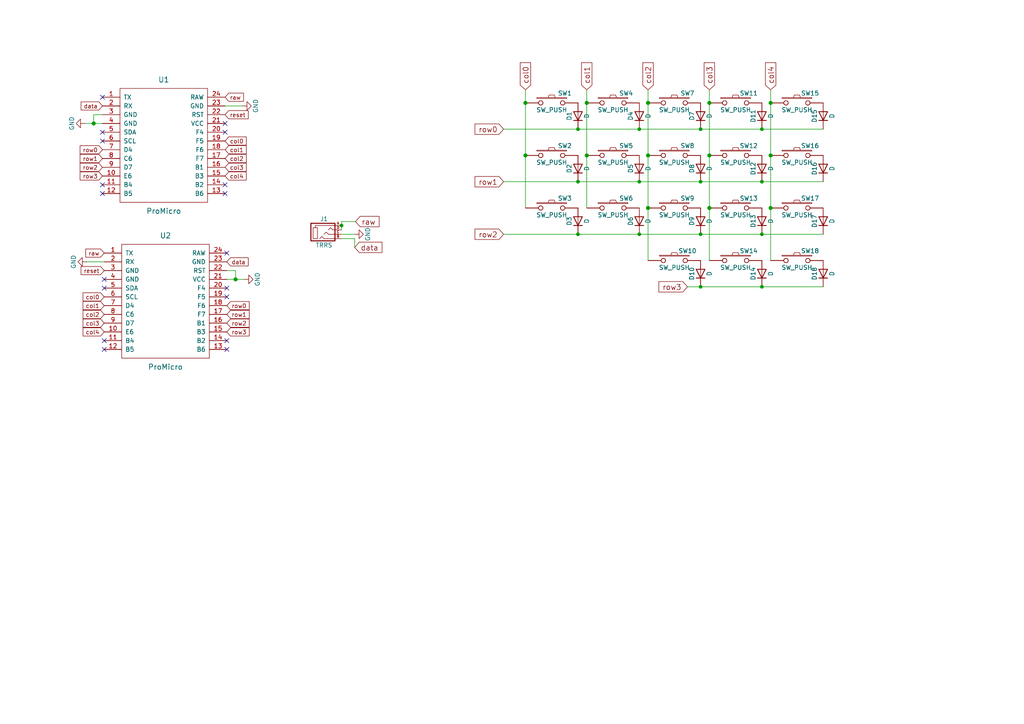
<source format=kicad_sch>
(kicad_sch (version 20211123) (generator eeschema)
  (paper "A4")
  (lib_symbols
    (symbol "Device:D" (pin_numbers hide) (pin_names (offset 1.016) hide)
      (property "Reference" "D" (at 0 2.54 0))
      (property "Value" "D" (at 0 -2.54 0))
      (symbol "D_0_1"
        (polyline (pts (xy -1.27 1.27) (xy -1.27 -1.27)) (stroke (width 0.254)))
        (polyline (pts (xy 1.27 0) (xy -1.27 0)))
        (polyline (pts (xy 1.27 1.27) (xy 1.27 -1.27) (xy -1.27 0) (xy 1.27 1.27)) (stroke (width 0.254)))
      )
      (symbol "D_1_1"
        (pin passive line (at -3.81 0 0) (length 2.54) (name "K") (number "1"))
        (pin passive line (at 3.81 0 180) (length 2.54) (name "A") (number "2"))
      )
    )
    (symbol "chocolad:MJ-4PP-9-kbd" (pin_names (offset 1.016))
      (property "Reference" "J" (at 0 3.81 0))
      (property "Value" "MJ-4PP-9-kbd" (at 0 -3.81 0))
      (symbol "MJ-4PP-9-kbd_0_1"
        (rectangle (start -1.905 -1.905) (end -3.175 1.27))
        (polyline (pts (xy -2.54 1.27) (xy -2.54 1.905) (xy 3.175 1.905)))
        (polyline (pts (xy -1.27 -1.905) (xy -0.635 -1.27) (xy 0 -1.905) (xy 3.175 -1.905)))
        (polyline (pts (xy 0 -0.635) (xy 0.635 0) (xy 1.27 -0.635) (xy 3.175 -0.635)))
        (polyline (pts (xy 1.27 0.635) (xy 1.905 1.27) (xy 2.54 0.635) (xy 3.175 0.635)))
        (rectangle (start 3.175 2.54) (end -3.81 -2.54) (stroke (width 0.3048)))
      )
      (symbol "MJ-4PP-9-kbd_1_1"
        (pin input line (at 5.08 1.905 180) (length 2.0066) (name "~") (number "A"))
        (pin input line (at 5.08 -1.905 180) (length 2.0066) (name "~") (number "B"))
        (pin input line (at 5.08 -0.635 180) (length 2.0066) (name "~") (number "C"))
        (pin input line (at 5.08 0.635 180) (length 2.0066) (name "~") (number "D"))
      )
    )
    (symbol "chocolad:ProMicro-kbd" (pin_names (offset 1.016))
      (property "Reference" "U" (at 0 24.13 0))
      (property "Value" "ProMicro-kbd" (at 0 -13.97 0))
      (symbol "ProMicro-kbd_0_1"
        (rectangle (start -12.7 21.59) (end 12.7 -11.43))
      )
      (symbol "ProMicro-kbd_1_1"
        (pin bidirectional line (at -17.78 19.05 0) (length 5.08) (name "TX") (number "1"))
        (pin bidirectional line (at -17.78 -3.81 0) (length 5.08) (name "E6") (number "10"))
        (pin bidirectional line (at -17.78 -6.35 0) (length 5.08) (name "B4") (number "11"))
        (pin bidirectional line (at -17.78 -8.89 0) (length 5.08) (name "B5") (number "12"))
        (pin bidirectional line (at 17.78 -8.89 180) (length 5.08) (name "B6") (number "13"))
        (pin bidirectional line (at 17.78 -6.35 180) (length 5.08) (name "B2") (number "14"))
        (pin bidirectional line (at 17.78 -3.81 180) (length 5.08) (name "B3") (number "15"))
        (pin bidirectional line (at 17.78 -1.27 180) (length 5.08) (name "B1") (number "16"))
        (pin bidirectional line (at 17.78 1.27 180) (length 5.08) (name "F7") (number "17"))
        (pin bidirectional line (at 17.78 3.81 180) (length 5.08) (name "F6") (number "18"))
        (pin bidirectional line (at 17.78 6.35 180) (length 5.08) (name "F5") (number "19"))
        (pin bidirectional line (at -17.78 16.51 0) (length 5.08) (name "RX") (number "2"))
        (pin bidirectional line (at 17.78 8.89 180) (length 5.08) (name "F4") (number "20"))
        (pin power_in line (at 17.78 11.43 180) (length 5.08) (name "VCC") (number "21"))
        (pin input line (at 17.78 13.97 180) (length 5.08) (name "RST") (number "22"))
        (pin power_in line (at 17.78 16.51 180) (length 5.08) (name "GND") (number "23"))
        (pin power_out line (at 17.78 19.05 180) (length 5.08) (name "RAW") (number "24"))
        (pin power_in line (at -17.78 13.97 0) (length 5.08) (name "GND") (number "3"))
        (pin power_in line (at -17.78 11.43 0) (length 5.08) (name "GND") (number "4"))
        (pin bidirectional line (at -17.78 8.89 0) (length 5.08) (name "SDA") (number "5"))
        (pin bidirectional line (at -17.78 6.35 0) (length 5.08) (name "SCL") (number "6"))
        (pin bidirectional line (at -17.78 3.81 0) (length 5.08) (name "D4") (number "7"))
        (pin bidirectional line (at -17.78 1.27 0) (length 5.08) (name "C6") (number "8"))
        (pin bidirectional line (at -17.78 -1.27 0) (length 5.08) (name "D7") (number "9"))
      )
    )
    (symbol "chocolad:SW_PUSH-kbd" (pin_numbers hide) (pin_names (offset 1.016) hide)
      (property "Reference" "SW" (at 3.81 2.794 0))
      (property "Value" "SW_PUSH-kbd" (at 0 -2.032 0))
      (symbol "SW_PUSH-kbd_0_1"
        (rectangle (start -4.318 1.27) (end 4.318 1.524))
        (polyline (pts (xy -1.016 1.524) (xy -0.762 2.286) (xy 0.762 2.286) (xy 1.016 1.524)))
        (pin passive inverted (at -7.62 0 0) (length 5.08) (name "1") (number "1"))
        (pin passive inverted (at 7.62 0 180) (length 5.08) (name "2") (number "2"))
      )
    )
    (symbol "power:GND" (power) (pin_names (offset 0))
      (property "Value" "GND" (at 0 -3.81 0))
      (symbol "GND_0_1"
        (polyline (pts (xy 0 0) (xy 0 -1.27) (xy 1.27 -1.27) (xy 0 -2.54) (xy -1.27 -1.27) (xy 0 -1.27)))
      )
      (symbol "GND_1_1"
        (pin power_in line (at 0 0 270) (length 0) hide (name "GND") (number "1"))
      )
    )
  )
  (junction (at 170.18 29.845) (diameter 1.016))
  (junction (at 187.96 29.845) (diameter 1.016))
  (junction (at 205.74 60.325) (diameter 1.016))
  (junction (at 68.326 81.026) (diameter 1.016))
  (junction (at 223.52 60.325) (diameter 1.016))
  (junction (at 99.06 65.405))
  (junction (at 220.98 83.185))
  (junction (at 205.74 29.845) (diameter 1.016))
  (junction (at 185.42 37.465))
  (junction (at 223.52 45.085) (diameter 1.016))
  (junction (at 203.2 37.465))
  (junction (at 203.2 52.705))
  (junction (at 203.2 83.185))
  (junction (at 167.64 67.945))
  (junction (at 167.64 37.465))
  (junction (at 223.52 29.845) (diameter 1.016))
  (junction (at 185.42 52.705))
  (junction (at 170.18 45.085) (diameter 1.016))
  (junction (at 187.96 45.085) (diameter 1.016))
  (junction (at 152.4 45.085) (diameter 1.016))
  (junction (at 185.42 67.945))
  (junction (at 203.2 67.945))
  (junction (at 220.98 52.705))
  (junction (at 220.98 37.465))
  (junction (at 167.64 52.705))
  (junction (at 187.96 60.325) (diameter 1.016))
  (junction (at 152.4 29.845) (diameter 1.016))
  (junction (at 220.98 67.945))
  (junction (at 205.74 45.085) (diameter 1.016))
  (junction (at 27.178 35.814) (diameter 1.016))
  (no_connect (at 65.278 56.134))
  (no_connect (at 65.278 38.354))
  (no_connect (at 65.786 86.106))
  (no_connect (at 65.786 98.806))
  (no_connect (at 65.786 83.566))
  (no_connect (at 29.718 38.354))
  (no_connect (at 30.226 83.566))
  (no_connect (at 29.718 53.594))
  (no_connect (at 65.278 53.594))
  (no_connect (at 30.226 101.346))
  (no_connect (at 30.226 81.026))
  (no_connect (at 65.278 35.814))
  (no_connect (at 29.718 28.194))
  (no_connect (at 65.786 101.346))
  (no_connect (at 65.786 73.406))
  (no_connect (at 29.718 56.134))
  (no_connect (at 29.718 40.894))
  (no_connect (at 30.226 98.806))
  (wire (pts (xy 223.52 29.845) (xy 223.52 45.085)))
  (wire (pts (xy 27.178 33.274) (xy 27.178 35.814)))
  (wire (pts (xy 29.718 33.274) (xy 27.178 33.274)))
  (wire (pts (xy 70.866 81.026) (xy 68.326 81.026)))
  (wire (pts (xy 68.326 81.026) (xy 65.786 81.026)))
  (wire (pts (xy 99.06 64.262) (xy 99.06 65.405)))
  (wire (pts (xy 203.2 37.465) (xy 220.98 37.465)))
  (wire (pts (xy 185.42 37.465) (xy 203.2 37.465)))
  (wire (pts (xy 167.64 52.705) (xy 185.42 52.705)))
  (wire (pts (xy 146.05 67.945) (xy 167.64 67.945)))
  (wire (pts (xy 187.96 45.085) (xy 187.96 60.325)))
  (wire (pts (xy 199.39 83.185) (xy 203.2 83.185)))
  (wire (pts (xy 187.96 26.035) (xy 187.96 29.845)))
  (wire (pts (xy 185.42 52.705) (xy 203.2 52.705)))
  (wire (pts (xy 146.05 37.465) (xy 167.64 37.465)))
  (wire (pts (xy 68.326 78.486) (xy 68.326 81.026)))
  (wire (pts (xy 170.18 26.035) (xy 170.18 29.845)))
  (wire (pts (xy 203.2 83.185) (xy 220.98 83.185)))
  (wire (pts (xy 220.98 52.705) (xy 238.76 52.705)))
  (wire (pts (xy 205.74 45.085) (xy 205.74 60.325)))
  (wire (pts (xy 167.64 67.945) (xy 185.42 67.945)))
  (wire (pts (xy 65.786 78.486) (xy 68.326 78.486)))
  (wire (pts (xy 146.05 52.705) (xy 167.64 52.705)))
  (wire (pts (xy 170.18 29.845) (xy 170.18 45.085)))
  (wire (pts (xy 187.96 60.325) (xy 187.96 75.565)))
  (wire (pts (xy 223.52 26.035) (xy 223.52 29.845)))
  (wire (pts (xy 203.2 52.705) (xy 220.98 52.705)))
  (wire (pts (xy 205.74 29.845) (xy 205.74 45.085)))
  (wire (pts (xy 220.98 83.185) (xy 238.76 83.185)))
  (wire (pts (xy 27.178 35.814) (xy 29.718 35.814)))
  (wire (pts (xy 152.4 26.035) (xy 152.4 29.845)))
  (wire (pts (xy 203.2 67.945) (xy 220.98 67.945)))
  (wire (pts (xy 220.98 67.945) (xy 238.76 67.945)))
  (wire (pts (xy 65.278 30.734) (xy 70.358 30.734)))
  (wire (pts (xy 170.18 45.085) (xy 170.18 60.325)))
  (wire (pts (xy 103.124 64.262) (xy 99.06 64.262)))
  (wire (pts (xy 24.638 35.814) (xy 27.178 35.814)))
  (wire (pts (xy 99.06 67.945) (xy 102.87 67.945)))
  (wire (pts (xy 30.226 75.946) (xy 25.146 75.946)))
  (wire (pts (xy 185.42 67.945) (xy 203.2 67.945)))
  (wire (pts (xy 205.74 60.325) (xy 205.74 75.565)))
  (wire (pts (xy 102.87 69.215) (xy 102.87 71.755)))
  (wire (pts (xy 99.06 65.405) (xy 99.06 66.675)))
  (wire (pts (xy 99.06 69.215) (xy 102.87 69.215)))
  (wire (pts (xy 167.64 37.465) (xy 185.42 37.465)))
  (wire (pts (xy 223.52 45.085) (xy 223.52 60.325)))
  (wire (pts (xy 187.96 29.845) (xy 187.96 45.085)))
  (wire (pts (xy 220.98 37.465) (xy 238.76 37.465)))
  (wire (pts (xy 152.4 45.085) (xy 152.4 60.325)))
  (wire (pts (xy 223.52 60.325) (xy 223.52 75.565)))
  (wire (pts (xy 152.4 29.845) (xy 152.4 45.085)))
  (wire (pts (xy 205.74 26.035) (xy 205.74 29.845)))
  (global_label "col3" (shape input) (at 65.278 48.514 0) (effects (font (size 1.1938 1.1938))) (property "Intersheet References" "${INTERSHEET_REFS}" (effects hide)))
  (global_label "row2" (shape input) (at 65.786 93.726 0) (effects (font (size 1.1938 1.1938))) (property "Intersheet References" "${INTERSHEET_REFS}" (effects hide)))
  (global_label "row1" (shape input) (at 146.05 52.705 180) (effects (font (size 1.524 1.524))) (property "Intersheet References" "${INTERSHEET_REFS}" (effects hide)))
  (global_label "row1" (shape input) (at 65.786 91.186 0) (effects (font (size 1.1938 1.1938))) (property "Intersheet References" "${INTERSHEET_REFS}" (effects hide)))
  (global_label "col4" (shape input) (at 223.52 26.035 90) (effects (font (size 1.524 1.524))) (property "Intersheet References" "${INTERSHEET_REFS}" (effects hide)))
  (global_label "col4" (shape input) (at 65.278 51.054 0) (effects (font (size 1.1938 1.1938))) (property "Intersheet References" "${INTERSHEET_REFS}" (effects hide)))
  (global_label "raw" (shape input) (at 103.124 64.262 0) (effects (font (size 1.524 1.524))) (property "Intersheet References" "${INTERSHEET_REFS}" (effects hide)))
  (global_label "col2" (shape input) (at 65.278 45.974 0) (effects (font (size 1.1938 1.1938))) (property "Intersheet References" "${INTERSHEET_REFS}" (effects hide)))
  (global_label "raw" (shape input) (at 65.278 28.194 0) (effects (font (size 1.1938 1.1938))) (property "Intersheet References" "${INTERSHEET_REFS}" (effects hide)))
  (global_label "row2" (shape input) (at 29.718 48.514 180) (effects (font (size 1.1938 1.1938))) (property "Intersheet References" "${INTERSHEET_REFS}" (effects hide)))
  (global_label "col3" (shape input) (at 30.226 93.726 180) (effects (font (size 1.1938 1.1938))) (property "Intersheet References" "${INTERSHEET_REFS}" (effects hide)))
  (global_label "row0" (shape input) (at 65.786 88.646 0) (effects (font (size 1.1938 1.1938))) (property "Intersheet References" "${INTERSHEET_REFS}" (effects hide)))
  (global_label "row1" (shape input) (at 29.718 45.974 180) (effects (font (size 1.1938 1.1938))) (property "Intersheet References" "${INTERSHEET_REFS}" (effects hide)))
  (global_label "row3" (shape input) (at 65.786 96.266 0) (effects (font (size 1.1938 1.1938))) (property "Intersheet References" "${INTERSHEET_REFS}" (effects hide)))
  (global_label "col0" (shape input) (at 65.278 40.894 0) (effects (font (size 1.1938 1.1938))) (property "Intersheet References" "${INTERSHEET_REFS}" (effects hide)))
  (global_label "col2" (shape input) (at 30.226 91.186 180) (effects (font (size 1.1938 1.1938))) (property "Intersheet References" "${INTERSHEET_REFS}" (effects hide)))
  (global_label "col2" (shape input) (at 187.96 26.035 90) (effects (font (size 1.524 1.524))) (property "Intersheet References" "${INTERSHEET_REFS}" (effects hide)))
  (global_label "col3" (shape input) (at 205.74 26.035 90) (effects (font (size 1.524 1.524))) (property "Intersheet References" "${INTERSHEET_REFS}" (effects hide)))
  (global_label "reset" (shape input) (at 30.226 78.486 180) (effects (font (size 1.1938 1.1938))) (property "Intersheet References" "${INTERSHEET_REFS}" (effects hide)))
  (global_label "col4" (shape input) (at 30.226 96.266 180) (effects (font (size 1.1938 1.1938))) (property "Intersheet References" "${INTERSHEET_REFS}" (effects hide)))
  (global_label "row3" (shape input) (at 29.718 51.054 180) (effects (font (size 1.1938 1.1938))) (property "Intersheet References" "${INTERSHEET_REFS}" (effects hide)))
  (global_label "row0" (shape input) (at 146.05 37.465 180) (effects (font (size 1.524 1.524))) (property "Intersheet References" "${INTERSHEET_REFS}" (effects hide)))
  (global_label "col1" (shape input) (at 170.18 26.035 90) (effects (font (size 1.524 1.524))) (property "Intersheet References" "${INTERSHEET_REFS}" (effects hide)))
  (global_label "row0" (shape input) (at 29.718 43.434 180) (effects (font (size 1.1938 1.1938))) (property "Intersheet References" "${INTERSHEET_REFS}" (effects hide)))
  (global_label "data" (shape input) (at 102.87 71.755 0) (effects (font (size 1.524 1.524))) (property "Intersheet References" "${INTERSHEET_REFS}" (effects hide)))
  (global_label "col0" (shape input) (at 152.4 26.035 90) (effects (font (size 1.524 1.524))) (property "Intersheet References" "${INTERSHEET_REFS}" (effects hide)))
  (global_label "data" (shape input) (at 29.718 30.734 180) (effects (font (size 1.1938 1.1938))) (property "Intersheet References" "${INTERSHEET_REFS}" (effects hide)))
  (global_label "row2" (shape input) (at 146.05 67.945 180) (effects (font (size 1.524 1.524))) (property "Intersheet References" "${INTERSHEET_REFS}" (effects hide)))
  (global_label "data" (shape input) (at 65.786 75.946 0) (effects (font (size 1.1938 1.1938))) (property "Intersheet References" "${INTERSHEET_REFS}" (effects hide)))
  (global_label "col1" (shape input) (at 30.226 88.646 180) (effects (font (size 1.1938 1.1938))) (property "Intersheet References" "${INTERSHEET_REFS}" (effects hide)))
  (global_label "raw" (shape input) (at 30.226 73.406 180) (effects (font (size 1.1938 1.1938))) (property "Intersheet References" "${INTERSHEET_REFS}" (effects hide)))
  (global_label "reset" (shape input) (at 65.278 33.274 0) (effects (font (size 1.1938 1.1938))) (property "Intersheet References" "${INTERSHEET_REFS}" (effects hide)))
  (global_label "col0" (shape input) (at 30.226 86.106 180) (effects (font (size 1.1938 1.1938))) (property "Intersheet References" "${INTERSHEET_REFS}" (effects hide)))
  (global_label "col1" (shape input) (at 65.278 43.434 0) (effects (font (size 1.1938 1.1938))) (property "Intersheet References" "${INTERSHEET_REFS}" (effects hide)))
  (global_label "row3" (shape input) (at 199.39 83.185 180) (effects (font (size 1.524 1.524))) (property "Intersheet References" "${INTERSHEET_REFS}" (effects hide)))
  (symbol (lib_id "chocolad:SW_PUSH-kbd") (at 177.8 60.325 0) (unit 1)
    (property "Reference" "SW6" (at 181.61 57.531 0))
    (property "Value" "SW_PUSH" (at 177.8 62.357 0))
    (property "Footprint" "chocolad:SW_Cherry_ds" (effects hide))
  )
  (symbol (lib_id "chocolad:SW_PUSH-kbd") (at 195.58 75.565 0) (unit 1)
    (property "Reference" "SW10" (at 199.39 72.771 0))
    (property "Value" "SW_PUSH" (at 195.58 77.597 0))
    (property "Footprint" "chocolad:SW_Cherry_ds" (effects hide))
  )
  (symbol (lib_id "chocolad:SW_PUSH-kbd") (at 213.36 45.085 0) (unit 1)
    (property "Reference" "SW12" (at 217.17 42.291 0))
    (property "Value" "SW_PUSH" (at 213.36 47.117 0))
    (property "Footprint" "chocolad:SW_Cherry_ds" (effects hide))
  )
  (symbol (lib_id "power:GND") (at 70.358 30.734 90) (unit 1)
    (property "Reference" "#PWR0101" (effects hide))
    (property "Value" "GND" (at 74.168 30.734 0))
  )
  (symbol (lib_id "chocolad:SW_PUSH-kbd") (at 177.8 29.845 0) (unit 1)
    (property "Reference" "SW4" (at 181.61 27.051 0))
    (property "Value" "SW_PUSH" (at 177.8 31.877 0))
    (property "Footprint" "chocolad:SW_Cherry_ds" (effects hide))
  )
  (symbol (lib_id "Device:D") (at 238.76 79.375 90) (unit 1)
    (property "Reference" "D18" (at 236.22 79.375 0))
    (property "Value" "D" (at 241.3 79.375 0))
    (property "Footprint" "chocolad:SOD_123" (effects hide))
  )
  (symbol (lib_id "chocolad:MJ-4PP-9-kbd") (at 93.98 67.31 0) (unit 1)
    (property "Reference" "J1" (at 93.98 63.5 0))
    (property "Value" "TRRS" (at 93.98 71.12 0))
    (property "Footprint" "chocolad:TRRS" (effects hide))
  )
  (symbol (lib_id "chocolad:SW_PUSH-kbd") (at 177.8 45.085 0) (unit 1)
    (property "Reference" "SW5" (at 181.61 42.291 0))
    (property "Value" "SW_PUSH" (at 177.8 47.117 0))
    (property "Footprint" "chocolad:SW_Cherry_ds" (effects hide))
  )
  (symbol (lib_id "Device:D") (at 238.76 33.655 90) (unit 1)
    (property "Reference" "D15" (at 236.22 33.655 0))
    (property "Value" "D" (at 241.3 33.655 0))
    (property "Footprint" "chocolad:SOD_123" (effects hide))
  )
  (symbol (lib_id "Device:D") (at 167.64 64.135 90) (unit 1)
    (property "Reference" "D3" (at 165.1 64.135 0))
    (property "Value" "D" (at 170.18 64.135 0))
    (property "Footprint" "chocolad:SOD_123" (effects hide))
  )
  (symbol (lib_id "Device:D") (at 220.98 79.375 90) (unit 1)
    (property "Reference" "D14" (at 218.44 79.375 0))
    (property "Value" "D" (at 223.52 79.375 0))
    (property "Footprint" "chocolad:SOD_123" (effects hide))
  )
  (symbol (lib_id "chocolad:SW_PUSH-kbd") (at 195.58 60.325 0) (unit 1)
    (property "Reference" "SW9" (at 199.39 57.531 0))
    (property "Value" "SW_PUSH" (at 195.58 62.357 0))
    (property "Footprint" "chocolad:SW_Cherry_ds" (effects hide))
  )
  (symbol (lib_id "chocolad:SW_PUSH-kbd") (at 231.14 60.325 0) (unit 1)
    (property "Reference" "SW17" (at 234.95 57.531 0))
    (property "Value" "SW_PUSH" (at 231.14 62.357 0))
    (property "Footprint" "chocolad:SW_Cherry_ds" (effects hide))
  )
  (symbol (lib_id "Device:D") (at 185.42 48.895 90) (unit 1)
    (property "Reference" "D5" (at 182.88 48.895 0))
    (property "Value" "D" (at 187.96 48.895 0))
    (property "Footprint" "chocolad:SOD_123" (effects hide))
  )
  (symbol (lib_id "chocolad:SW_PUSH-kbd") (at 231.14 75.565 0) (unit 1)
    (property "Reference" "SW18" (at 234.95 72.771 0))
    (property "Value" "SW_PUSH" (at 231.14 77.597 0))
    (property "Footprint" "chocolad:SW_Cherry_ds" (effects hide))
  )
  (symbol (lib_id "chocolad:SW_PUSH-kbd") (at 160.02 29.845 0) (unit 1)
    (property "Reference" "SW1" (at 163.83 27.051 0))
    (property "Value" "SW_PUSH" (at 160.02 31.877 0))
    (property "Footprint" "chocolad:SW_Cherry_ds" (effects hide))
  )
  (symbol (lib_id "chocolad:ProMicro-kbd") (at 48.006 92.456 0) (unit 1)
    (property "Reference" "U2" (at 48.006 68.326 0) (effects (font (size 1.524 1.524))))
    (property "Value" "ProMicro" (at 48.006 106.426 0) (effects (font (size 1.524 1.524))))
    (property "Footprint" "promicro:ProMicro" (effects hide))
  )
  (symbol (lib_id "power:GND") (at 70.866 81.026 90) (mirror x) (unit 1)
    (property "Reference" "#PWR0104" (effects hide))
    (property "Value" "GND" (at 74.676 81.026 0))
  )
  (symbol (lib_id "chocolad:SW_PUSH-kbd") (at 160.02 45.085 0) (unit 1)
    (property "Reference" "SW2" (at 163.83 42.291 0))
    (property "Value" "SW_PUSH" (at 160.02 47.117 0))
    (property "Footprint" "chocolad:SW_Cherry_ds" (effects hide))
  )
  (symbol (lib_id "Device:D") (at 203.2 48.895 90) (unit 1)
    (property "Reference" "D8" (at 200.66 48.895 0))
    (property "Value" "D" (at 205.74 48.895 0))
    (property "Footprint" "chocolad:SOD_123" (effects hide))
  )
  (symbol (lib_id "Device:D") (at 167.64 33.655 90) (unit 1)
    (property "Reference" "D1" (at 165.1 33.655 0))
    (property "Value" "D" (at 170.18 33.655 0))
    (property "Footprint" "chocolad:SOD_123" (effects hide))
  )
  (symbol (lib_id "Device:D") (at 203.2 79.375 90) (unit 1)
    (property "Reference" "D10" (at 200.66 79.375 0))
    (property "Value" "D" (at 205.74 79.375 0))
    (property "Footprint" "chocolad:SOD_123" (effects hide))
  )
  (symbol (lib_id "Device:D") (at 167.64 48.895 90) (unit 1)
    (property "Reference" "D2" (at 165.1 48.895 0))
    (property "Value" "D" (at 170.18 48.895 0))
    (property "Footprint" "chocolad:SOD_123" (effects hide))
  )
  (symbol (lib_id "Device:D") (at 220.98 33.655 90) (unit 1)
    (property "Reference" "D11" (at 218.44 33.655 0))
    (property "Value" "D" (at 223.52 33.655 0))
    (property "Footprint" "chocolad:SOD_123" (effects hide))
  )
  (symbol (lib_id "chocolad:SW_PUSH-kbd") (at 213.36 60.325 0) (unit 1)
    (property "Reference" "SW13" (at 217.17 57.531 0))
    (property "Value" "SW_PUSH" (at 213.36 62.357 0))
    (property "Footprint" "chocolad:SW_Cherry_ds" (effects hide))
  )
  (symbol (lib_id "Device:D") (at 203.2 64.135 90) (unit 1)
    (property "Reference" "D9" (at 200.66 64.135 0))
    (property "Value" "D" (at 205.74 64.135 0))
    (property "Footprint" "chocolad:SOD_123" (effects hide))
  )
  (symbol (lib_id "chocolad:SW_PUSH-kbd") (at 231.14 45.085 0) (unit 1)
    (property "Reference" "SW16" (at 234.95 42.291 0))
    (property "Value" "SW_PUSH" (at 231.14 47.117 0))
    (property "Footprint" "chocolad:SW_Cherry_ds" (effects hide))
  )
  (symbol (lib_id "Device:D") (at 185.42 64.135 90) (unit 1)
    (property "Reference" "D6" (at 182.88 64.135 0))
    (property "Value" "D" (at 187.96 64.135 0))
    (property "Footprint" "chocolad:SOD_123" (effects hide))
  )
  (symbol (lib_id "chocolad:SW_PUSH-kbd") (at 195.58 45.085 0) (unit 1)
    (property "Reference" "SW8" (at 199.39 42.291 0))
    (property "Value" "SW_PUSH" (at 195.58 47.117 0))
    (property "Footprint" "chocolad:SW_Cherry_ds" (effects hide))
  )
  (symbol (lib_id "chocolad:ProMicro-kbd") (at 47.498 47.244 0) (unit 1)
    (property "Reference" "U1" (at 47.498 23.114 0) (effects (font (size 1.524 1.524))))
    (property "Value" "ProMicro" (at 47.498 61.214 0) (effects (font (size 1.524 1.524))))
    (property "Footprint" "promicro:ProMicro" (effects hide))
  )
  (symbol (lib_id "power:GND") (at 102.87 67.945 90) (unit 1)
    (property "Reference" "#PWR0112" (effects hide))
    (property "Value" "GND" (at 106.68 67.945 0))
  )
  (symbol (lib_id "Device:D") (at 238.76 64.135 90) (unit 1)
    (property "Reference" "D17" (at 236.22 64.135 0))
    (property "Value" "D" (at 241.3 64.135 0))
    (property "Footprint" "chocolad:SOD_123" (effects hide))
  )
  (symbol (lib_id "chocolad:SW_PUSH-kbd") (at 195.58 29.845 0) (unit 1)
    (property "Reference" "SW7" (at 199.39 27.051 0))
    (property "Value" "SW_PUSH" (at 195.58 31.877 0))
    (property "Footprint" "chocolad:SW_Cherry_ds" (effects hide))
  )
  (symbol (lib_id "Device:D") (at 203.2 33.655 90) (unit 1)
    (property "Reference" "D7" (at 200.66 33.655 0))
    (property "Value" "D" (at 205.74 33.655 0))
    (property "Footprint" "chocolad:SOD_123" (effects hide))
  )
  (symbol (lib_id "chocolad:SW_PUSH-kbd") (at 231.14 29.845 0) (unit 1)
    (property "Reference" "SW15" (at 234.95 27.051 0))
    (property "Value" "SW_PUSH" (at 231.14 31.877 0))
    (property "Footprint" "chocolad:SW_Cherry_ds" (effects hide))
  )
  (symbol (lib_id "Device:D") (at 220.98 64.135 90) (unit 1)
    (property "Reference" "D13" (at 218.44 64.135 0))
    (property "Value" "D" (at 223.52 64.135 0))
    (property "Footprint" "chocolad:SOD_123" (effects hide))
  )
  (symbol (lib_id "Device:D") (at 220.98 48.895 90) (unit 1)
    (property "Reference" "D12" (at 218.44 48.895 0))
    (property "Value" "D" (at 223.52 48.895 0))
    (property "Footprint" "chocolad:SOD_123" (effects hide))
  )
  (symbol (lib_id "chocolad:SW_PUSH-kbd") (at 213.36 75.565 0) (unit 1)
    (property "Reference" "SW14" (at 217.17 72.771 0))
    (property "Value" "SW_PUSH" (at 213.36 77.597 0))
    (property "Footprint" "chocolad:SW_Cherry_ds" (effects hide))
  )
  (symbol (lib_id "chocolad:SW_PUSH-kbd") (at 213.36 29.845 0) (unit 1)
    (property "Reference" "SW11" (at 217.17 27.051 0))
    (property "Value" "SW_PUSH" (at 213.36 31.877 0))
    (property "Footprint" "chocolad:SW_Cherry_ds" (effects hide))
  )
  (symbol (lib_id "Device:D") (at 185.42 33.655 90) (unit 1)
    (property "Reference" "D4" (at 182.88 33.655 0))
    (property "Value" "D" (at 187.96 33.655 0))
    (property "Footprint" "chocolad:SOD_123" (effects hide))
  )
  (symbol (lib_id "chocolad:SW_PUSH-kbd") (at 160.02 60.325 0) (unit 1)
    (property "Reference" "SW3" (at 163.83 57.531 0))
    (property "Value" "SW_PUSH" (at 160.02 62.357 0))
    (property "Footprint" "chocolad:SW_Cherry_ds" (effects hide))
  )
  (symbol (lib_id "Device:D") (at 238.76 48.895 90) (unit 1)
    (property "Reference" "D16" (at 236.22 48.895 0))
    (property "Value" "D" (at 241.3 48.895 0))
    (property "Footprint" "chocolad:SOD_123" (effects hide))
  )
  (symbol (lib_id "power:GND") (at 25.146 75.946 270) (mirror x) (unit 1)
    (property "Reference" "#PWR0103" (effects hide))
    (property "Value" "GND" (at 21.336 75.946 0))
  )
  (symbol (lib_id "power:GND") (at 24.638 35.814 270) (unit 1)
    (property "Reference" "#PWR0102" (effects hide))
    (property "Value" "GND" (at 20.828 35.814 0))
  )
)
</source>
